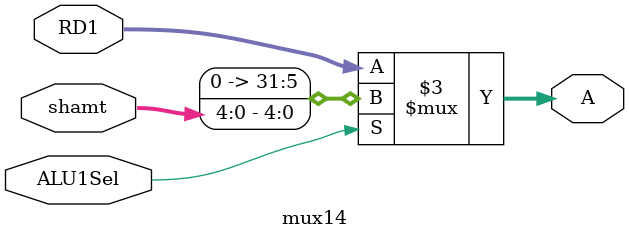
<source format=v>
module mux1(
	RT, RD, MUX1Sel,

	Addr3
	);
	input[4:0] RT, RD;
	input[1:0] MUX1Sel;
	output reg[4:0] Addr3;

	always@(RT, RD, MUX1Sel)
		case(MUX1Sel)
			2'b00:	Addr3 = RT;	//rt
			2'b01:	Addr3 = RD;	//rd
			default:Addr3 = 5'h1f;			//31
		endcase

endmodule

module mux2(
	MUX6Out, CP0Out,
	MUX2Sel, MEM2_SCOut,

	WD
	);
	input [31:0] 		MUX6Out;
	input [31:0]		CP0Out;
	input [31:0]		MEM2_SCOut;
	input [2:0] 		MUX2Sel;

	output reg[31:0] 		WD;

	always@(*)
		case(MUX2Sel)
			3'b101:	WD = CP0Out;
			3'b111: WD = MEM2_SCOut;
			default:WD = MUX6Out;
		endcase

endmodule

module mux3(
	RD2, Imm32, MUX3Sel,

	B
	);
	input[31:0] RD2,Imm32;
	input MUX3Sel;
	output reg[31:0] B;

	always@(RD2, Imm32, MUX3Sel)
		case(MUX3Sel)
			1'b0:	B = RD2;
			default:B = Imm32;
		endcase

endmodule

module mux4(
	GPR_RS, data_EX, 
	data_MEM1, data_MEM2, MUX4Sel, 
	
	out
	);
	input[31:0] GPR_RS, data_EX, data_MEM1, data_MEM2;
	input[1:0] MUX4Sel;
	output reg[31:0] out;

	always@(GPR_RS, data_EX, data_MEM1, data_MEM2, MUX4Sel)
		case(MUX4Sel)
			2'b00, 2'b10:	out = GPR_RS;
			2'b01:	out = data_EX;
			default:out = data_MEM2;
		endcase

endmodule

module mux5(
	GPR_RT, data_EX, 
	data_MEM1, data_MEM2, MUX5Sel, 
	
	out
	);
	input[31:0] GPR_RT, data_EX, data_MEM1, data_MEM2;
	input[1:0] MUX5Sel;
	output reg[31:0] out;

	always@(GPR_RT, data_EX, data_MEM1, data_MEM2, MUX5Sel)
		case(MUX5Sel)
			2'b00, 2'b10:	out = GPR_RT;
			2'b01:	out = data_EX;
			default:out = data_MEM2;
		endcase

endmodule

module mux6(
	ALU1Out, MUX13Out, MUX6Sel,

	out
	);
	input[31:0] ALU1Out, MUX13Out;
	input 		MUX6Sel;
	output [31:0] 	out;

	assign out = MUX6Sel ? ALU1Out: MUX13Out;

endmodule

module mux7(
	WRSign, MUX7Sel,

	MUX7Out
	);
	input[22:0] WRSign;
	input MUX7Sel;
	output[22:0] MUX7Out;

	assign MUX7Out = MUX7Sel ? 23'h0 : WRSign;

endmodule

module mux8(
	GPR_RS, data_MEM1, data_MEM2, MUX8Sel, WD,
	
	out
	);
	input[31:0] GPR_RS, data_MEM1, data_MEM2, WD;
	input[1:0] MUX8Sel;
	output reg[31:0] out;
	

	always@(GPR_RS, data_MEM1, data_MEM2, MUX8Sel, WD)
		if(MUX8Sel == 2'b00)
			out = GPR_RS;
		else 
			case(MUX8Sel)
				2'b10:	out = data_MEM1;
				2'b11:	out = data_MEM2;
				default: out = WD;
			endcase
endmodule 

module mux9(
	GPR_RT, data_MEM1, data_MEM2, MUX9Sel, WD,
	
	out
	);
	input[31:0] GPR_RT, data_MEM1, data_MEM2, WD;
	input[1:0] MUX9Sel;
	output reg[31:0] out;
	
	always@(GPR_RT, data_MEM1, data_MEM2, MUX9Sel, WD)
		if(MUX9Sel == 2'b00)
			out = GPR_RT;
		else 
			case(MUX9Sel)
				2'b10:	out = data_MEM1;
				2'b11:	out = data_MEM2;
				default: out = WD;
			endcase

endmodule 

module mux10(WB_MUX2Out, WB_DMOut, WB_MUX2Sel, MUX10Out);
	input[31:0] WB_MUX2Out;
	input[31:0] WB_DMOut;
	input		WB_MUX2Sel;
	output[31:0] MUX10Out;

	assign MUX10Out = WB_MUX2Sel? WB_DMOut : WB_MUX2Out;
endmodule

module mux11(
	vpn2, alu1out, MUX11_Sel,

	out
);
	input [18:0] vpn2, alu1out;
	input MUX11_Sel;

	output [18:0] out;

	assign out = MUX11_Sel ? vpn2 : alu1out;
endmodule

module mux12 (
	index, random, MUX12_Sel,

	out
);
	input [1:0] index, random;
	input MUX12_Sel;

	output [1:0] out;

	assign out = MUX12_Sel ? index : random;

endmodule

module mux13(
	input [31:0] 	Imm32,
	input [31:0] 	PC,
	input [31:0] 	RHLOut,
	input [31:0]	MULOut,
	input [2:0] 	EX_MUX2Sel,
	output reg [31:0] MUX13Out
);

	always@(*)
		case(EX_MUX2Sel)
			3'b000:	MUX13Out = RHLOut;
			3'b001: MUX13Out = Imm32;
			3'b110: MUX13Out = MULOut;
			default:MUX13Out = PC + 8;
		endcase

	/*  case(MUX2Sel)
			3'b000:	WD = RHLOut;
			3'b001: WD = Imm32;
			3'b010: WD = ALU1Out;
			3'b011: WD = PC + 8;
			3'b100: WD = DMOut;
			3'b101: WD = CP0Out;
			3'b110: WD = MULOut;
			3'b111: WD = SCOut;
	*/


endmodule

module mux14(
	RD1, shamt, ALU1Sel, 
	
	A
	);
	input[31:0] RD1;
	input[4:0] shamt;
	input ALU1Sel;
	output reg[31:0] A;

	always@(RD1, shamt, ALU1Sel)
		case(ALU1Sel)
			1'b0:	A = RD1;
			default:A = {27'd0, shamt};
		endcase	

endmodule
</source>
